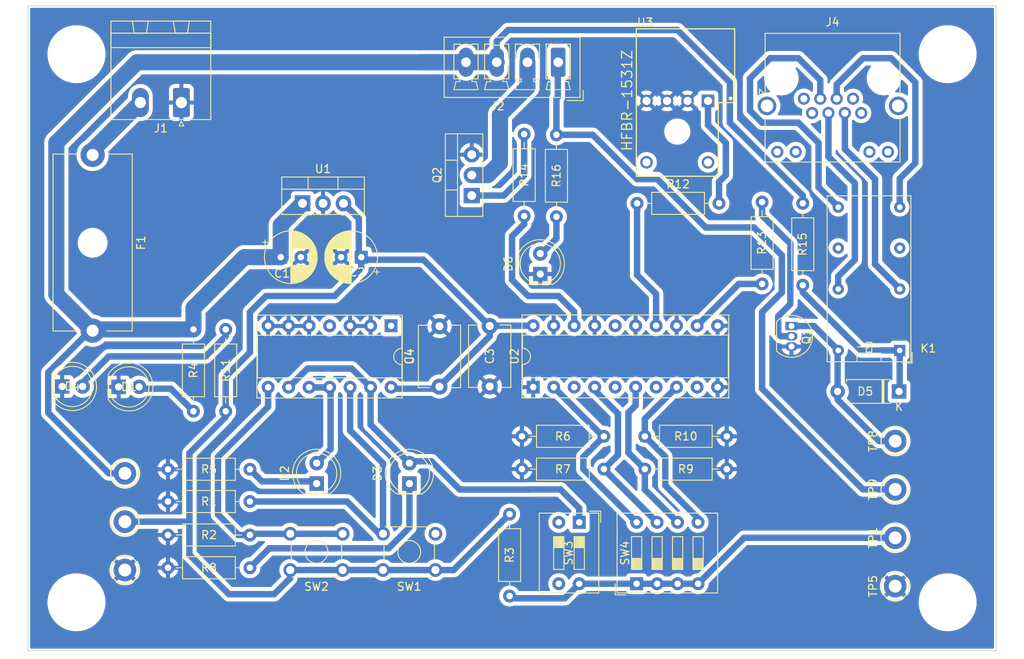
<source format=kicad_pcb>
(kicad_pcb (version 20211014) (generator pcbnew)
  (layers (0 "F.Cu" signal) (31 "B.Cu" signal) (34 "B.Paste" user) (35 "F.Paste" user) (36 "B.SilkS" user "B.Silkscreen") (37 "F.SilkS" user "F.Silkscreen") (38 "B.Mask" user) (39 "F.Mask" user) (44 "Edge.Cuts" user))
  (net 0 "")
  (net 1 "+15V")
  (net 2 "GND")
  (net 3 "+5V")
  (net 4 "Net-(D5-Pad1)")
  (net 5 "Net-(D5-Pad2)")
  (net 6 "Net-(D6-Pad2)")
  (net 7 "Net-(F1-Pad1)")
  (net 8 "Net-(D1-Pad2)")
  (net 11 "/K11")
  (net 12 "/K12")
  (net 17 "Net-(Q1-Pad2)")
  (net 18 "Net-(Q2-Pad1)")
  (net 19 "Net-(R3-Pad2)")
  (net 20 "Net-(R6-Pad1)")
  (net 21 "Net-(R7-Pad1)")
  (net 22 "/Q")
  (net 24 "Net-(R9-Pad1)")
  (net 25 "Net-(R10-Pad1)")
  (net 26 "/IGBT_on")
  (net 27 "/~{Q}")
  (net 28 "/relay_on")
  (net 29 "/contactor_on")
  (net 35 "/K21")
  (net 36 "/K22")
  (net 37 "Net-(D4-Pad2)")
  (net 38 "Net-(D2-Pad1)")
  (net 39 "Net-(D3-Pad1)")
  (net 42 "Net-(J2-Pad1)")
  (net 43 "Net-(J2-Pad2)")
  (net 45 "/S")
  (net 46 "/R")
  (net 47 "Net-(U3-Pad1)")
  (footprint "Resistor_THT:R_Axial_DIN0207_L6.3mm_D2.5mm_P10.16mm_Horizontal" (layer "F.Cu") (at 124.5 100.304 90)
    (fp_text reference "R11" (at 5.08 0 90) (layer "F.SilkS"))
    (fp_text value "330")
    (pad "1" thru_hole circle (at 0 0 90) (size 1.6 1.6) (drill 0.8) (layers *.Cu *.Mask) (net 3 "+5V"))
    (pad "2" thru_hole oval (at 10.16 0 90) (size 1.6 1.6) (drill 0.8) (layers *.Cu *.Mask) (net 37 "Net-(D4-Pad2)"))
  )
  (footprint "Package_DIP:DIP-14_W7.62mm_Socket" (layer "F.Cu") (at 145 89.7 -90)
    (fp_text reference "U4" (at 3.81 -2.33 90) (layer "F.SilkS"))
    (fp_text value "7402")
    (pad "1" thru_hole rect (at 0 0 270) (size 1.6 1.6) (drill 0.8) (layers *.Cu *.Mask))
    (pad "2" thru_hole oval (at 0 2.54 270) (size 1.6 1.6) (drill 0.8) (layers *.Cu *.Mask) (net 2 "GND"))
    (pad "3" thru_hole oval (at 0 5.08 270) (size 1.6 1.6) (drill 0.8) (layers *.Cu *.Mask) (net 2 "GND"))
    (pad "4" thru_hole oval (at 0 7.62 270) (size 1.6 1.6) (drill 0.8) (layers *.Cu *.Mask))
    (pad "5" thru_hole oval (at 0 10.16 270) (size 1.6 1.6) (drill 0.8) (layers *.Cu *.Mask) (net 2 "GND"))
    (pad "6" thru_hole oval (at 0 12.7 270) (size 1.6 1.6) (drill 0.8) (layers *.Cu *.Mask) (net 2 "GND"))
    (pad "7" thru_hole oval (at 0 15.24 270) (size 1.6 1.6) (drill 0.8) (layers *.Cu *.Mask) (net 2 "GND"))
    (pad "8" thru_hole oval (at 7.62 15.24 270) (size 1.6 1.6) (drill 0.8) (layers *.Cu *.Mask) (net 46 "/R"))
    (pad "9" thru_hole oval (at 7.62 12.7 270) (size 1.6 1.6) (drill 0.8) (layers *.Cu *.Mask) (net 22 "/Q"))
    (pad "10" thru_hole oval (at 7.62 10.16 270) (size 1.6 1.6) (drill 0.8) (layers *.Cu *.Mask) (net 27 "/~{Q}"))
    (pad "11" thru_hole oval (at 7.62 7.62 270) (size 1.6 1.6) (drill 0.8) (layers *.Cu *.Mask) (net 27 "/~{Q}"))
    (pad "12" thru_hole oval (at 7.62 5.08 270) (size 1.6 1.6) (drill 0.8) (layers *.Cu *.Mask) (net 45 "/S"))
    (pad "13" thru_hole oval (at 7.62 2.54 270) (size 1.6 1.6) (drill 0.8) (layers *.Cu *.Mask) (net 22 "/Q"))
    (pad "14" thru_hole oval (at 7.62 0 270) (size 1.6 1.6) (drill 0.8) (layers *.Cu *.Mask) (net 3 "+5V"))
  )
  (footprint "Resistor_THT:R_Axial_DIN0207_L6.3mm_D2.5mm_P10.16mm_Horizontal" (layer "F.Cu") (at 171.379 107.476 180)
    (fp_text reference "R7" (at 5.08 0 180) (layer "F.SilkS"))
    (fp_text value "2k")
    (pad "1" thru_hole circle (at 0 0 180) (size 1.6 1.6) (drill 0.8) (layers *.Cu *.Mask) (net 21 "Net-(R7-Pad1)"))
    (pad "2" thru_hole oval (at 10.16 0 180) (size 1.6 1.6) (drill 0.8) (layers *.Cu *.Mask) (net 2 "GND"))
  )
  (footprint "Relay_THT:Relay_DPDT_Omron_G5V-2" (layer "F.Cu") (at 208.0625 92.7575 180)
    (fp_text reference "K1" (at -3.5375 0.2575) (layer "F.SilkS"))
    (fp_text value "ML2RC2")
    (pad "1" thru_hole rect (at 0 0 180) (size 1.4 1.4) (drill 0.7) (layers *.Cu *.Mask) (net 4 "Net-(D5-Pad1)"))
    (pad "4" thru_hole circle (at 0 7.62 180) (size 1.4 1.4) (drill 0.7) (layers *.Cu *.Mask) (net 12 "/K12"))
    (pad "6" thru_hole circle (at 0 12.7 180) (size 1.4 1.4) (drill 0.7) (layers *.Cu *.Mask))
    (pad "8" thru_hole circle (at 0 17.78 180) (size 1.4 1.4) (drill 0.7) (layers *.Cu *.Mask) (net 11 "/K11"))
    (pad "9" thru_hole circle (at 7.62 17.78 180) (size 1.4 1.4) (drill 0.7) (layers *.Cu *.Mask) (net 35 "/K21"))
    (pad "11" thru_hole circle (at 7.62 12.7 180) (size 1.4 1.4) (drill 0.7) (layers *.Cu *.Mask))
    (pad "13" thru_hole circle (at 7.62 7.62 180) (size 1.4 1.4) (drill 0.7) (layers *.Cu *.Mask) (net 36 "/K22"))
    (pad "16" thru_hole circle (at 7.62 0 180) (size 1.4 1.4) (drill 0.7) (layers *.Cu *.Mask) (net 5 "Net-(D5-Pad2)"))
  )
  (footprint "Diode_THT:D_A-405_P7.62mm_Horizontal" (layer "F.Cu") (at 207.978 97.842 180)
    (fp_text reference "D5" (at 4.191 0) (layer "F.SilkS"))
    (fp_text value "1N4007")
    (fp_text user "K" (at 0 -1.9) (layer "F.SilkS"))
    (pad "1" thru_hole rect (at 0 0 180) (size 1.8 1.8) (drill 0.9) (layers *.Cu *.Mask) (net 4 "Net-(D5-Pad1)"))
    (pad "2" thru_hole oval (at 7.62 0 180) (size 1.8 1.8) (drill 0.9) (layers *.Cu *.Mask) (net 5 "Net-(D5-Pad2)"))
  )
  (footprint "Package_DIP:DIP-20_W7.62mm_Socket" (layer "F.Cu") (at 162.621 97.306 90)
    (fp_text reference "U2" (at 3.81 -2.33 90) (layer "F.SilkS"))
    (fp_text value "74HC240")
    (pad "1" thru_hole rect (at 0 0 90) (size 1.6 1.6) (drill 0.8) (layers *.Cu *.Mask) (net 2 "GND"))
    (pad "2" thru_hole oval (at 0 2.54 90) (size 1.6 1.6) (drill 0.8) (layers *.Cu *.Mask) (net 20 "Net-(R6-Pad1)"))
    (pad "3" thru_hole oval (at 0 5.08 90) (size 1.6 1.6) (drill 0.8) (layers *.Cu *.Mask))
    (pad "4" thru_hole oval (at 0 7.62 90) (size 1.6 1.6) (drill 0.8) (layers *.Cu *.Mask) (net 21 "Net-(R7-Pad1)"))
    (pad "5" thru_hole oval (at 0 10.16 90) (size 1.6 1.6) (drill 0.8) (layers *.Cu *.Mask))
    (pad "6" thru_hole oval (at 0 12.7 90) (size 1.6 1.6) (drill 0.8) (layers *.Cu *.Mask) (net 24 "Net-(R9-Pad1)"))
    (pad "7" thru_hole oval (at 0 15.24 90) (size 1.6 1.6) (drill 0.8) (layers *.Cu *.Mask))
    (pad "8" thru_hole oval (at 0 17.78 90) (size 1.6 1.6) (drill 0.8) (layers *.Cu *.Mask) (net 25 "Net-(R10-Pad1)"))
    (pad "9" thru_hole oval (at 0 20.32 90) (size 1.6 1.6) (drill 0.8) (layers *.Cu *.Mask))
    (pad "10" thru_hole oval (at 0 22.86 90) (size 1.6 1.6) (drill 0.8) (layers *.Cu *.Mask) (net 2 "GND"))
    (pad "11" thru_hole oval (at 7.62 22.86 90) (size 1.6 1.6) (drill 0.8) (layers *.Cu *.Mask) (net 2 "GND"))
    (pad "12" thru_hole oval (at 7.62 20.32 90) (size 1.6 1.6) (drill 0.8) (layers *.Cu *.Mask) (net 28 "/relay_on"))
    (pad "13" thru_hole oval (at 7.62 17.78 90) (size 1.6 1.6) (drill 0.8) (layers *.Cu *.Mask) (net 2 "GND"))
    (pad "14" thru_hole oval (at 7.62 15.24 90) (size 1.6 1.6) (drill 0.8) (layers *.Cu *.Mask) (net 26 "/IGBT_on"))
    (pad "15" thru_hole oval (at 7.62 12.7 90) (size 1.6 1.6) (drill 0.8) (layers *.Cu *.Mask) (net 2 "GND"))
    (pad "16" thru_hole oval (at 7.62 10.16 90) (size 1.6 1.6) (drill 0.8) (layers *.Cu *.Mask))
    (pad "17" thru_hole oval (at 7.62 7.62 90) (size 1.6 1.6) (drill 0.8) (layers *.Cu *.Mask) (net 2 "GND"))
    (pad "18" thru_hole oval (at 7.62 5.08 90) (size 1.6 1.6) (drill 0.8) (layers *.Cu *.Mask) (net 29 "/contactor_on"))
    (pad "19" thru_hole oval (at 7.62 2.54 90) (size 1.6 1.6) (drill 0.8) (layers *.Cu *.Mask) (net 2 "GND"))
    (pad "20" thru_hole oval (at 7.62 0 90) (size 1.6 1.6) (drill 0.8) (layers *.Cu *.Mask) (net 3 "+5V"))
  )
  (footprint "Button_Switch_THT:SW_TH_Tactile_Omron_B3F-10xx" (layer "F.Cu") (at 139 120 180)
    (fp_text reference "SW2" (at 3.25 -2.05) (layer "F.SilkS"))
    (fp_text value "SW_Push_Dual_x2")
    (pad "1" thru_hole circle (at 0 0 180) (size 1.7 1.7) (drill 1) (layers *.Cu *.Mask) (net 3 "+5V"))
    (pad "1" thru_hole circle (at 6.5 0 180) (size 1.7 1.7) (drill 1) (layers *.Cu *.Mask) (net 3 "+5V"))
    (pad "2" thru_hole circle (at 0 4.5 180) (size 1.7 1.7) (drill 1) (layers *.Cu *.Mask) (net 46 "/R"))
    (pad "2" thru_hole circle (at 6.5 4.5 180) (size 1.7 1.7) (drill 1) (layers *.Cu *.Mask) (net 46 "/R"))
  )
  (footprint "LED_THT:LED_D5.0mm" (layer "F.Cu") (at 147.275 109.275 90)
    (fp_text reference "D3" (at 1.27 -3.96 90) (layer "F.SilkS"))
    (fp_text value "LED")
    (pad "1" thru_hole rect (at 0 0 90) (size 1.8 1.8) (drill 0.9) (layers *.Cu *.Mask) (net 39 "Net-(D3-Pad1)"))
    (pad "2" thru_hole circle (at 2.54 0 90) (size 1.8 1.8) (drill 0.9) (layers *.Cu *.Mask) (net 22 "/Q"))
  )
  (footprint "Button_Switch_THT:SW_TH_Tactile_Omron_B3F-10xx" (layer "F.Cu") (at 150.5 120 180)
    (fp_text reference "SW1" (at 3.25 -2.05) (layer "F.SilkS"))
    (fp_text value "SW_Push_Dual_x2")
    (pad "1" thru_hole circle (at 6.5 0 180) (size 1.7 1.7) (drill 1) (layers *.Cu *.Mask) (net 3 "+5V"))
    (pad "1" thru_hole circle (at 0 0 180) (size 1.7 1.7) (drill 1) (layers *.Cu *.Mask) (net 3 "+5V"))
    (pad "2" thru_hole circle (at 6.5 4.5 180) (size 1.7 1.7) (drill 1) (layers *.Cu *.Mask) (net 45 "/S"))
    (pad "2" thru_hole circle (at 0 4.5 180) (size 1.7 1.7) (drill 1) (layers *.Cu *.Mask) (net 45 "/S"))
  )
  (footprint "LED_THT:LED_D5.0mm" (layer "F.Cu") (at 163.5 83.275 90)
    (fp_text reference "D6" (at 1.27 -3.96 90) (layer "F.SilkS"))
    (fp_text value "LED")
    (pad "1" thru_hole rect (at 0 0 90) (size 1.8 1.8) (drill 0.9) (layers *.Cu *.Mask) (net 2 "GND"))
    (pad "2" thru_hole circle (at 2.54 0 90) (size 1.8 1.8) (drill 0.9) (layers *.Cu *.Mask) (net 6 "Net-(D6-Pad2)"))
  )
  (footprint "Connector_RJ:RJ45_Amphenol_RJHSE538X" (layer "F.Cu") (at 196.178 61.52)
    (fp_text reference "J4" (at 3.56 -9.5) (layer "F.SilkS"))
    (fp_text value "PS1")
    (pad "" np_thru_hole circle (at -2.79 -2.54) (size 3.25 3.25) (drill 3.25) (layers *.Cu *.Mask))
    (pad "" np_thru_hole circle (at 9.91 -2.54) (size 3.25 3.25) (drill 3.25) (layers *.Cu *.Mask))
    (pad "1" thru_hole circle (at 0 0) (size 1.5 1.5) (drill 0.89) (layers *.Cu *.Mask))
    (pad "2" thru_hole circle (at 1.016 1.78) (size 1.5 1.5) (drill 0.89) (layers *.Cu *.Mask))
    (pad "3" thru_hole circle (at 2.032 0) (size 1.5 1.5) (drill 0.89) (layers *.Cu *.Mask) (net 35 "/K21"))
    (pad "4" thru_hole circle (at 3.048 1.78) (size 1.5 1.5) (drill 0.89) (layers *.Cu *.Mask) (net 36 "/K22"))
    (pad "5" thru_hole circle (at 4.064 0) (size 1.5 1.5) (drill 0.89) (layers *.Cu *.Mask) (net 11 "/K11"))
    (pad "6" thru_hole circle (at 5.08 1.78) (size 1.5 1.5) (drill 0.89) (layers *.Cu *.Mask) (net 12 "/K12"))
    (pad "7" thru_hole circle (at 6.096 0) (size 1.5 1.5) (drill 0.89) (layers *.Cu *.Mask))
    (pad "8" thru_hole circle (at 7.112 1.78) (size 1.5 1.5) (drill 0.89) (layers *.Cu *.Mask))
    (pad "9" thru_hole circle (at -3.3 6.6) (size 1.5 1.5) (drill 0.89) (layers *.Cu *.Mask))
    (pad "10" thru_hole circle (at -1.01 6.6) (size 1.5 1.5) (drill 0.89) (layers *.Cu *.Mask))
    (pad "11" thru_hole circle (at 8.13 6.6) (size 1.5 1.5) (drill 0.89) (layers *.Cu *.Mask))
    (pad "12" thru_hole circle (at 10.42 6.6) (size 1.5 1.5) (drill 0.89) (layers *.Cu *.Mask))
    (pad "SH" thru_hole circle (at 11.69 0.89) (size 2.3 2.3) (drill 1.57) (layers *.Cu *.Mask))
    (pad "SH" thru_hole circle (at -4.57 0.89) (size 2.3 2.3) (drill 1.57) (layers *.Cu *.Mask))
  )
  (footprint "Package_TO_SOT_THT:TO-92_Inline" (layer "F.Cu") (at 194.64 89.73 -90)
    (fp_text reference "Q1" (at 1.27 -1.86 90) (layer "F.SilkS"))
    (fp_text value "BC337")
    (pad "1" thru_hole rect (at 0 0 270) (size 1.05 1.5) (drill 0.75) (layers *.Cu *.Mask) (net 5 "Net-(D5-Pad2)"))
    (pad "2" thru_hole oval (at 1.27 0 270) (size 1.05 1.5) (drill 0.75) (layers *.Cu *.Mask) (net 17 "Net-(Q1-Pad2)"))
    (pad "3" thru_hole oval (at 2.54 0 270) (size 1.05 1.5) (drill 0.75) (layers *.Cu *.Mask) (net 2 "GND"))
  )
  (footprint "LED_THT:LED_D5.0mm" (layer "F.Cu") (at 135.775 109.275 90)
    (fp_text reference "D2" (at 1.27 -3.96 90) (layer "F.SilkS"))
    (fp_text value "LED")
    (pad "1" thru_hole rect (at 0 0 90) (size 1.8 1.8) (drill 0.9) (layers *.Cu *.Mask) (net 38 "Net-(D2-Pad1)"))
    (pad "2" thru_hole circle (at 2.54 0 90) (size 1.8 1.8) (drill 0.9) (layers *.Cu *.Mask) (net 27 "/~{Q}"))
  )
  (footprint "Resistor_THT:R_Axial_DIN0207_L6.3mm_D2.5mm_P10.16mm_Horizontal" (layer "F.Cu") (at 161.5 76.08 90)
    (fp_text reference "R14" (at 5.08 0 90) (layer "F.SilkS"))
    (fp_text value "150")
    (pad "1" thru_hole circle (at 0 0 90) (size 1.6 1.6) (drill 0.8) (layers *.Cu *.Mask) (net 29 "/contactor_on"))
    (pad "2" thru_hole oval (at 10.16 0 90) (size 1.6 1.6) (drill 0.8) (layers *.Cu *.Mask) (net 18 "Net-(Q2-Pad1)"))
  )
  (footprint "Capacitor_THT:CP_Radial_D6.3mm_P2.50mm" (layer "F.Cu") (at 131.317621 81.182379)
    (fp_text reference "C1" (at 0.166379 2.032) (layer "F.SilkS"))
    (fp_text value "10u")
    (pad "1" thru_hole rect (at 0 0) (size 1.6 1.6) (drill 0.8) (layers *.Cu *.Mask) (net 1 "+15V"))
    (pad "2" thru_hole circle (at 2.5 0) (size 1.6 1.6) (drill 0.8) (layers *.Cu *.Mask) (net 2 "GND"))
  )
  (footprint "eec:TestPoint_Keystone_5010-5014_Multipurpose" (layer "F.Cu") (at 207.5 122 90)
    (fp_text reference "TP5" (at 0 -2.75 90) (layer "F.SilkS"))
    (fp_text value "TestPoint")
    (pad "1" thru_hole circle (at 0 0 90) (size 2.8 2.8) (drill 1.6) (layers *.Cu *.Mask) (net 2 "GND"))
  )
  (footprint "eec:TestPoint_Keystone_5010-5014_Multipurpose" (layer "F.Cu") (at 112 108 90)
    (fp_text reference "TP3" hide)
    (fp_text value "TestPoint")
    (pad "1" thru_hole circle (at 0 0 90) (size 2.8 2.8) (drill 1.6) (layers *.Cu *.Mask) (net 1 "+15V"))
  )
  (footprint "MountingHole:MountingHole_3.2mm_M3" (layer "F.Cu") (at 214 56)
    (fp_text reference "REF**" hide)
    (fp_text value "MountingHole_3.2mm_M3")
    (pad "" np_thru_hole circle (at 0 0) (size 3.2 3.2) (drill 3.2) (layers F&B.Cu *.Mask) (clearance 2))
  )
  (footprint "LED_THT:LED_D5.0mm" (layer "F.Cu") (at 111.225 97.275)
    (fp_text reference "D1" (at 1.27 0) (layer "F.SilkS"))
    (fp_text value "LED")
    (pad "1" thru_hole rect (at 0 0) (size 1.8 1.8) (drill 0.9) (layers *.Cu *.Mask) (net 2 "GND"))
    (pad "2" thru_hole circle (at 2.54 0) (size 1.8 1.8) (drill 0.9) (layers *.Cu *.Mask) (net 8 "Net-(D1-Pad2)"))
  )
  (footprint "Resistor_THT:R_Axial_DIN0207_L6.3mm_D2.5mm_P10.16mm_Horizontal" (layer "F.Cu") (at 165.5 66 -90)
    (fp_text reference "R16" (at 5.08 0 -90) (layer "F.SilkS"))
    (fp_text value "1k5")
    (pad "1" thru_hole circle (at 0 0 270) (size 1.6 1.6) (drill 0.8) (layers *.Cu *.Mask) (net 42 "Net-(J2-Pad1)"))
    (pad "2" thru_hole oval (at 10.16 0 270) (size 1.6 1.6) (drill 0.8) (layers *.Cu *.Mask) (net 6 "Net-(D6-Pad2)"))
  )
  (footprint "Capacitor_THT:C_Disc_D7.5mm_W5.0mm_P7.50mm" (layer "F.Cu") (at 151 97.25 90)
    (fp_text reference "C4" (at 3.75 -3.75 90) (layer "F.SilkS"))
    (fp_text value "100n")
    (pad "1" thru_hole circle (at 0 0 90) (size 2 2) (drill 1) (layers *.Cu *.Mask) (net 3 "+5V"))
    (pad "2" thru_hole circle (at 7.5 0 90) (size 2 2) (drill 1) (layers *.Cu *.Mask) (net 2 "GND"))
  )
  (footprint "Button_Switch_THT:SW_DIP_SPSTx02_Slide_9.78x7.26mm_W7.62mm_P2.54mm" (layer "F.Cu") (at 168.331 114.08 -90)
    (fp_text reference "SW3" (at 3.81 1.331 90) (layer "F.SilkS"))
    (fp_text value "SW_SPST")
    (pad "1" thru_hole oval (at 0 2.54 270) (size 1.6 1.6) (drill 0.8) (layers *.Cu *.Mask) (net 22 "/Q"))
    (pad "1" thru_hole rect (at 0 0 270) (size 1.6 1.6) (drill 0.8) (layers *.Cu *.Mask) (net 22 "/Q"))
    (pad "2" thru_hole oval (at 7.62 0 270) (size 1.6 1.6) (drill 0.8) (layers *.Cu *.Mask) (net 19 "Net-(R3-Pad2)"))
    (pad "2" thru_hole oval (at 7.62 2.54 270) (size 1.6 1.6) (drill 0.8) (layers *.Cu *.Mask) (net 19 "Net-(R3-Pad2)"))
  )
  (footprint "MountingHole:MountingHole_3.2mm_M3" (layer "F.Cu") (at 106 124)
    (fp_text reference "REF**" hide)
    (fp_text value "MountingHole_3.2mm_M3")
    (pad "" np_thru_hole circle (at 0 0) (size 3.2 3.2) (drill 3.2) (layers F&B.Cu *.Mask) (clearance 2))
  )
  (footprint "Resistor_THT:R_Axial_DIN0207_L6.3mm_D2.5mm_P10.16mm_Horizontal" (layer "F.Cu") (at 127.5 107.5 180)
    (fp_text reference "R5" (at 5.08 0) (layer "F.SilkS"))
    (fp_text value "330")
    (pad "1" thru_hole circle (at 0 0 180) (size 1.6 1.6) (drill 0.8) (layers *.Cu *.Mask) (net 38 "Net-(D2-Pad1)"))
    (pad "2" thru_hole oval (at 10.16 0 180) (size 1.6 1.6) (drill 0.8) (layers *.Cu *.Mask) (net 2 "GND"))
  )
  (footprint "Package_TO_SOT_THT:TO-220-3_Vertical" (layer "F.Cu") (at 155 73.54 90)
    (fp_text reference "Q2" (at 2.54 -4.27 90) (layer "F.SilkS"))
    (fp_text value "TIP122")
    (pad "1" thru_hole rect (at 0 0 90) (size 1.905 2) (drill 1.1) (layers *.Cu *.Mask) (net 18 "Net-(Q2-Pad1)"))
    (pad "2" thru_hole oval (at 2.54 0 90) (size 1.905 2) (drill 1.1) (layers *.Cu *.Mask) (net 43 "Net-(J2-Pad2)"))
    (pad "3" thru_hole oval (at 5.08 0 90) (size 1.905 2) (drill 1.1) (layers *.Cu *.Mask) (net 2 "GND"))
  )
  (footprint "Fuse:Fuseholder_Cylinder-5x20mm_Schurter_0031_8201_Horizontal_Open" (layer "F.Cu") (at 108 68.5 -90)
    (fp_text reference "F1" (at 10.9 -6 90) (layer "F.SilkS"))
    (fp_text value "Fuse")
    (pad "" np_thru_hole circle (at 10.9 0 270) (size 2.7 2.7) (drill 2.7) (layers F&B.Cu *.Mask))
    (pad "1" thru_hole circle (at 0 0 270) (size 3 3) (drill 1.5) (layers *.Cu *.Mask) (net 7 "Net-(F1-Pad1)"))
    (pad "2" thru_hole circle (at 21.8 0 270) (size 3 3) (drill 1.5) (layers *.Cu *.Mask) (net 1 "+15V"))
  )
  (footprint "eec:TestPoint_Keystone_5010-5014_Multipurpose" (layer "F.Cu") (at 207.5 110 90)
    (fp_text reference "TP9" (at 0 -2.75 90) (layer "F.SilkS"))
    (fp_text value "TestPoint")
    (pad "1" thru_hole circle (at 0 0 90) (size 2.8 2.8) (drill 1.6) (layers *.Cu *.Mask) (net 42 "Net-(J2-Pad1)"))
  )
  (footprint "LED_THT:LED_D5.0mm" (layer "F.Cu") (at 104.225 97.225)
    (fp_text reference "D4" (at 1.27 0) (layer "F.SilkS"))
    (fp_text value "LED")
    (pad "1" thru_hole rect (at 0 0) (size 1.8 1.8) (drill 0.9) (layers *.Cu *.Mask) (net 2 "GND"))
    (pad "2" thru_hole circle (at 2.54 0) (size 1.8 1.8) (drill 0.9) (layers *.Cu *.Mask) (net 37 "Net-(D4-Pad2)"))
  )
  (footprint "Button_Switch_THT:SW_DIP_SPSTx04_Slide_9.78x12.34mm_W7.62mm_P2.54mm" (layer "F.Cu") (at 175.443 121.7 90)
    (fp_text reference "SW4" (at 3.81 -1.443 90) (layer "F.SilkS"))
    (fp_text value "Protect_sel")
    (pad "1" thru_hole rect (at 0 0 90) (size 1.6 1.6) (drill 0.8) (layers *.Cu *.Mask) (net 19 "Net-(R3-Pad2)"))
    (pad "2" thru_hole oval (at 0 2.54 90) (size 1.6 1.6) (drill 0.8) (layers *.Cu *.Mask) (net 19 "Net-(R3-Pad2)"))
    (pad "3" thru_hole oval (at 0 5.08 90) (size 1.6 1.6) (drill 0.8) (layers *.Cu *.Mask) (net 19 "Net-(R3-Pad2)"))
    (pad "4" thru_hole oval (at 0 7.62 90) (size 1.6 1.6) (drill 0.8) (layers *.Cu *.Mask) (net 19 "Net-(R3-Pad2)"))
    (pad "5" thru_hole oval (at 7.62 7.62 90) (size 1.6 1.6) (drill 0.8) (layers *.Cu *.Mask) (net 25 "Net-(R10-Pad1)"))
    (pad "6" thru_hole oval (at 7.62 5.08 90) (size 1.6 1.6) (drill 0.8) (layers *.Cu *.Mask) (net 24 "Net-(R9-Pad1)"))
    (pad "7" thru_hole oval (at 7.62 2.54 90) (size 1.6 1.6) (drill 0.8) (layers *.Cu *.Mask) (net 21 "Net-(R7-Pad1)"))
    (pad "8" thru_hole oval (at 7.62 0 90) (size 1.6 1.6) (drill 0.8) (layers *.Cu *.Mask) (net 20 "Net-(R6-Pad1)"))
  )
  (footprint "eec:TestPoint_Keystone_5010-5014_Multipurpose" (layer "F.Cu") (at 112 114 90)
    (fp_text reference "TP2" hide)
    (fp_text value "TestPoint")
    (pad "1" thru_hole circle (at 0 0 90) (size 2.8 2.8) (drill 1.6) (layers *.Cu *.Mask) (net 3 "+5V"))
  )
  (footprint "eec:TestPoint_Keystone_5010-5014_Multipurpose" (layer "F.Cu") (at 112 120 90)
    (fp_text reference "TP4" hide)
    (fp_text value "TestPoint")
    (pad "1" thru_hole circle (at 0 0 90) (size 2.8 2.8) (drill 1.6) (layers *.Cu *.Mask) (net 2 "GND"))
  )
  (footprint "eec:TestPoint_Keystone_5010-5014_Multipurpose" (layer "F.Cu") (at 207.5 104 90)
    (fp_text reference "TP8" (at 0 -2.75 90) (layer "F.SilkS"))
    (fp_text value "TestPoint")
    (pad "1" thru_hole circle (at 0 0 90) (size 2.8 2.8) (drill 1.6) (layers *.Cu *.Mask) (net 5 "Net-(D5-Pad2)"))
  )
  (footprint "Resistor_THT:R_Axial_DIN0207_L6.3mm_D2.5mm_P10.16mm_Horizontal" (layer "F.Cu") (at 127.5 111.5 180)
    (fp_text reference "R1" (at 5.08 0) (layer "F.SilkS"))
    (fp_text value "2k")
    (pad "1" thru_hole circle (at 0 0 180) (size 1.6 1.6) (drill 0.8) (layers *.Cu *.Mask) (net 45 "/S"))
    (pad "2" thru_hole oval (at 10.16 0 180) (size 1.6 1.6) (drill 0.8) (layers *.Cu *.Mask) (net 2 "GND"))
  )
  (footprint "MountingHole:MountingHole_3.2mm_M3" (layer "F.Cu") (at 106 56)
    (fp_text reference "REF**" hide)
    (fp_text value "MountingHole_3.2mm_M3")
    (pad "" np_thru_hole circle (at 0 0) (size 3.2 3.2) (drill 3.2) (layers F&B.Cu *.Mask) (clearance 2))
  )
  (footprint "Connector_Phoenix_MC:PhoenixContact_MCV_1,5_4-G-3.81_1x04_P3.81mm_Vertical" (layer "F.Cu") (at 165.7175 57 180)
    (fp_text reference "J2" (at 7.504 -5.45) (layer "F.SilkS"))
    (fp_text value "contactor")
    (pad "1" thru_hole roundrect (at 0 0 180) (size 1.8 3.6) (drill 1.2) (layers *.Cu *.Mask) (roundrect_rratio 0.1388888889) (net 42 "Net-(J2-Pad1)"))
    (pad "2" thru_hole oval (at 3.81 0 180) (size 1.8 3.6) (drill 1.2) (layers *.Cu *.Mask) (net 43 "Net-(J2-Pad2)"))
    (pad "3" thru_hole oval (at 7.62 0 180) (size 1.8 3.6) (drill 1.2) (layers *.Cu *.Mask) (net 1 "+15V"))
    (pad "4" thru_hole oval (at 11.43 0 180) (size 1.8 3.6) (drill 1.2) (layers *.Cu *.Mask) (net 1 "+15V"))
  )
  (footprint "MountingHole:MountingHole_3.2mm_M3" (layer "F.Cu") (at 214 124)
    (fp_text reference "REF**" hide)
    (fp_text value "MountingHole_3.2mm_M3")
    (pad "" np_thru_hole circle (at 0 0) (size 3.2 3.2) (drill 3.2) (layers F&B.Cu *.Mask) (clearance 2))
  )
  (footprint "eec:TestPoint_Keystone_5010-5014_Multipurpose" (layer "F.Cu") (at 207.5 116 90)
    (fp_text reference "TP1" (at 0 -2.75 90) (layer "F.SilkS"))
    (fp_text value "TestPoint")
    (pad "1" thru_hole circle (at 0 0 90) (size 2.8 2.8) (drill 1.6) (layers *.Cu *.Mask) (net 19 "Net-(R3-Pad2)"))
  )
  (footprint "Resistor_THT:R_Axial_DIN0207_L6.3mm_D2.5mm_P10.16mm_Horizontal" (layer "F.Cu") (at 191 84.5 90)
    (fp_text reference "R13" (at 5.08 -0.024 90) (layer "F.SilkS"))
    (fp_text value "18k")
    (pad "1" thru_hole circle (at 0 0 90) (size 1.6 1.6) (drill 0.8) (layers *.Cu *.Mask) (net 28 "/relay_on"))
    (pad "2" thru_hole oval (at 10.16 0 90) (size 1.6 1.6) (drill 0.8) (layers *.Cu *.Mask) (net 17 "Net-(Q1-Pad2)"))
  )
  (footprint "Resistor_THT:R_Axial_DIN0207_L6.3mm_D2.5mm_P10.16mm_Horizontal" (layer "F.Cu") (at 120.5 90.144 -90)
    (fp_text reference "R4" (at 5.08 0 90) (layer "F.SilkS"))
    (fp_text value "1k5")
    (pad "1" thru_hole circle (at 0 0 270) (size 1.6 1.6) (drill 0.8) (layers *.Cu *.Mask) (net 1 "+15V"))
    (pad "2" thru_hole oval (at 10.16 0 270) (size 1.6 1.6) (drill 0.8) (layers *.Cu *.Mask) (net 8 "Net-(D1-Pad2)"))
  )
  (footprint "Resistor_THT:R_Axial_DIN0207_L6.3mm_D2.5mm_P10.16mm_Horizontal" (layer "F.Cu") (at 176.459 107.476)
    (fp_text reference "R9" (at 5.08 0) (layer "F.SilkS"))
    (fp_text value "2k")
    (pad "1" thru_hole circle (at 0 0) (size 1.6 1.6) (drill 0.8) (layers *.Cu *.Mask) (net 24 "Net-(R9-Pad1)"))
    (pad "2" thru_hole oval (at 10.16 0) (size 1.6 1.6) (drill 0.8) (layers *.Cu *.Mask) (net 2 "GND"))
  )
  (footprint "Resistor_THT:R_Axial_DIN0207_L6.3mm_D2.5mm_P10.16mm_Horizontal" (layer "F.Cu") (at 127.5 119.716 180)
    (fp_text reference "R8" (at 5.08 0) (layer "F.SilkS"))
    (fp_text value "330")
    (pad "1" thru_hole circle (at 0 0 180) (size 1.6 1.6) (drill 0.8) (layers *.Cu *.Mask) (net 39 "Net-(D3-Pad1)"))
    (pad "2" thru_hole oval (at 10.16 0 180) (size 1.6 1.6) (drill 0.8) (layers *.Cu *.Mask) (net 2 "GND"))
  )
  (footprint "Resistor_THT:R_Axial_DIN0207_L6.3mm_D2.5mm_P10.16mm_Horizontal" (layer "F.Cu") (at 159.695 113.064 -90)
    (fp_text reference "R3" (at 5.08 0 90) (layer "F.SilkS"))
    (fp_text value "100")
    (pad "1" thru_hole circle (at 0 0 270) (size 1.6 1.6) (drill 0.8) (layers *.Cu *.Mask) (net 3 "+5V"))
    (pad "2" thru_hole oval (at 10.16 0 270) (size 1.6 1.6) (drill 0.8) (layers *.Cu *.Mask) (net 19 "Net-(R3-Pad2)"))
  )
  (footprint "eec:Broadcom-HFBR-1531Z-MFG" (layer "F.Cu") (at 181.5 62)
    (fp_text reference "U3" (at -6.095 -9.945) (layer "F.SilkS") (effects (justify left)))
    (fp_text value "HFBR-1531Z" (at -7.239 -0.254 90) (layer "F.SilkS") (effects (font (size 1.27 1.27))))
    (pad "" np_thru_hole circle (at -1.014999 3.605) (size 2.25 2.25) (drill 2.25) (layers *.Cu *.Mask))
    (pad "1" thru_hole rect (at 2.795 -0.205) (size 1.56 1.56) (drill 1.01) (layers *.Cu *.Mask) (net 47 "Net-(U3-Pad1)"))
    (pad "2" thru_hole circle (at 0.255 -0.205) (size 1.56 1.56) (drill 1.01) (layers *.Cu *.Mask) (net 2 "GND"))
    (pad "3" thru_hole circle (at -2.285 -0.205) (size 1.56 1.56) (drill 1.01) (layers *.Cu *.Mask) (net 2 "GND"))
    (pad "4" thru_hole circle (at -4.825 -0.205) (size 1.56 1.56) (drill 1.01) (layers *.Cu *.Mask) (net 2 "GND"))
    (pad "5" thru_hole circle (at -4.825 7.415) (size 1.56 1.56) (drill 1.01) (layers *.Cu *.Mask))
    (pad "8" thru_hole circle (at 2.795 7.415) (size 1.56 1.56) (drill 1.01) (layers *.Cu *.Mask))
  )
  (footprint "Package_TO_SOT_THT:TO-220-3_Vertical" (layer "F.Cu") (at 134.024 74.507379)
    (fp_text reference "U1" (at 2.54 -4.27) (layer "F.SilkS"))
    (fp_text value "LM7805")
    (pad "1" thru_hole rect (at 0 0) (size 1.905 2) (drill 1.1) (layers *.Cu *.Mask) (net 1 "+15V"))
    (pad "2" thru_hole oval (at 2.54 0) (size 1.905 2) (drill 1.1) (layers *.Cu *.Mask) (net 2 "GND"))
    (pad "3" thru_hole oval (at 5.08 0) (size 1.905 2) (drill 1.1) (layers *.Cu *.Mask) (net 3 "+5V"))
  )
  (footprint "Resistor_THT:R_Axial_DIN0207_L6.3mm_D2.5mm_P10.16mm_Horizontal" (layer "F.Cu") (at 196.04 74.5 -90)
    (fp_text reference "R15" (at 5.08 0.04 90) (layer "F.SilkS"))
    (fp_text value "70")
    (pad "1" thru_hole circle (at 0 0 270) (size 1.6 1.6) (drill 0.8) (layers *.Cu *.Mask) (net 1 "+15V"))
    (pad "2" thru_hole oval (at 10.16 0 270) (size 1.6 1.6) (drill 0.8) (layers *.Cu *.Mask) (net 4 "Net-(D5-Pad1)"))
  )
  (footprint "Resistor_THT:R_Axial_DIN0207_L6.3mm_D2.5mm_P10.16mm_Horizontal" (layer "F.Cu") (at 171.379 103.412 180)
    (fp_text reference "R6" (at 5.08 0 180) (layer "F.SilkS"))
    (fp_text value "2k")
    (pad "1" thru_hole circle (at 0 0 180) (size 1.6 1.6) (drill 0.8) (layers *.Cu *.Mask) (net 20 "Net-(R6-Pad1)"))
    (pad "2" thru_hole oval (at 10.16 0 180) (size 1.6 1.6) (drill 0.8) (layers *.Cu *.Mask) (net 2 "GND"))
  )
  (footprint "Connector_Phoenix_MSTB:PhoenixContact_MSTBA_2,5_2-G-5,08_1x02_P5.08mm_Horizontal" (layer "F.Cu") (at 119 62 180)
    (fp_text reference "J1" (at 2.54 -3.2 180) (layer "F.SilkS"))
    (fp_text value "Vdc")
    (pad "1" thru_hole roundrect (at 0 0 180) (size 2.08 3.6) (drill 1.4) (layers *.Cu *.Mask) (roundrect_rratio 0.1201918269) (net 2 "GND"))
    (pad "2" thru_hole oval (at 5.08 0 180) (size 2.08 3.6) (drill 1.4) (layers *.Cu *.Mask) (net 7 "Net-(F1-Pad1)"))
  )
  (footprint "Capacitor_THT:CP_Radial_D6.3mm_P2.50mm" (layer "F.Cu") (at 141.302379 81.182379 180)
    (fp_text reference "C2" (at 0.5 -1.88) (layer "F.SilkS"))
    (fp_text value "10u")
    (pad "1" thru_hole rect (at 0 0 180) (size 1.6 1.6) (drill 0.8) (layers *.Cu *.Mask) (net 3 "+5V"))
    (pad "2" thru_hole circle (at 2.5 0 180) (size 1.6 1.6) (drill 0.8) (layers *.Cu *.Mask) (net 2 "GND"))
  )
  (footprint "Resistor_THT:R_Axial_DIN0207_L6.3mm_D2.5mm_P10.16mm_Horizontal" (layer "F.Cu") (at 127.5 115.652 180)
    (fp_text reference "R2" (at 5.08 0) (layer "F.SilkS"))
    (fp_text value "2k")
    (pad "1" thru_hole circle (at 0 0 180) (size 1.6 1.6) (drill 0.8) (layers *.Cu *.Mask) (net 46 "/R"))
    (pad "2" thru_hole oval (at 10.16 0 180) (size 1.6 1.6) (drill 0.8) (layers *.Cu *.Mask) (net 2 "GND"))
  )
  (footprint "Capacitor_THT:C_Disc_D7.5mm_W5.0mm_P7.50mm" (layer "F.Cu") (at 157.231 89.724 -90)
    (fp_text reference "C3" (at 3.75 0 90) (layer "F.SilkS"))
    (fp_text value "100n")
    (pad "1" thru_hole circle (at 0 0 270) (size 2 2) (drill 1) (layers *.Cu *.Mask) (net 3 "+5V"))
    (pad "2" thru_hole circle (at 7.5 0 270) (size 2 2) (drill 1) (layers *.Cu *.Mask) (net 2 "GND"))
  )
  (footprint "Resistor_THT:R_Axial_DIN0207_L6.3mm_D2.5mm_P10.16mm_Horizontal" (layer "F.Cu") (at 175.5 74.5)
    (fp_text reference "R12" (at 5.08 -2.37) (layer "F.SilkS"))
    (fp_text value "180")
    (pad "1" thru_hole circle (at 0 0) (size 1.6 1.6) (drill 0.8) (layers *.Cu *.Mask) (net 26 "/IGBT_on"))
    (pad "2" thru_hole oval (at 10.16 0) (size 1.6 1.6) (drill 0.8) (layers *.Cu *.Mask) (net 47 "Net-(U3-Pad1)"))
  )
  (footprint "Resistor_THT:R_Axial_DIN0207_L6.3mm_D2.5mm_P10.16mm_Horizontal" (layer "F.Cu") (at 176.459 103.412)
    (fp_text reference "R10" (at 5.08 0) (layer "F.SilkS"))
    (fp_text value "2k")
    (pad "1" thru_hole circle (at 0 0) (size 1.6 1.6) (drill 0.8) (layers *.Cu *.Mask) (net 25 "Net-(R10-Pad1)"))
    (pad "2" thru_hole oval (at 10.16 0) (size 1.6 1.6) (drill 0.8) (layers *.Cu *.Mask) (net 2 "GND"))
  )
  (gr_line (start 100 50) (end 220 50) (layer "Edge.Cuts") (width 0.1))
  (gr_line (start 220 50) (end 220 130) (layer "Edge.Cuts") (width 0.1))
  (gr_line (start 100 130) (end 100 50) (layer "Edge.Cuts") (width 0.1))
  (gr_line (start 220 130) (end 100 130) (layer "Edge.Cuts") (width 0.1))
  (segment (start 131.317621 77.213758) (end 134.024 74.507379) (width 2) (layer "B.Cu") (net 1))
  (segment (start 103.5 67) (end 103.5 85.8) (width 2) (layer "B.Cu") (net 1))
  (segment (start 107.7 90.3) (end 108 90.3) (width 0.8) (layer "B.Cu") (net 1))
  (segment (start 126.817621 81.182379) (end 131.317621 81.182379) (width 2) (layer "B.Cu") (net 1))
  (segment (start 187 59.5) (end 180.5 53) (width 0.8) (layer "B.Cu") (net 1))
  (segment (start 131.317621 81.182379) (end 131.317621 77.213758) (width 2) (layer "B.Cu") (net 1))
  (segment (start 180.5 53) (end 159.5 53) (width 0.8) (layer "B.Cu") (net 1))
  (segment (start 148.5 57) (end 154.2875 57) (width 2) (layer "B.Cu") (net 1))
  (segment (start 108.156 90.144) (end 108 90.3) (width 2) (layer "B.Cu") (net 1))
  (segment (start 196.04 74.5) (end 196.04 73.54) (width 0.8) (layer "B.Cu") (net 1))
  (segment (start 196.04 73.54) (end 187 64.5) (width 0.8) (layer "B.Cu") (net 1))
  (segment (start 110 108) (end 102.5 100.5) (width 0.8) (layer "B.Cu") (net 1))
  (segment (start 112 108) (end 110 108) (width 0.8) (layer "B.Cu") (net 1))
  (segment (start 103.5 85.8) (end 108 90.3) (width 2) (layer "B.Cu") (net 1))
  (segment (start 120.5 90.144) (end 120.5 87.5) (width 2) (layer "B.Cu") (net 1))
  (segment (start 102.5 100.5) (end 102.5 95.5) (width 0.8) (layer "B.Cu") (net 1))
  (segment (start 154.2875 57) (end 158.0975 57) (width 2) (layer "B.Cu") (net 1))
  (segment (start 158.0975 54.4025) (end 158.0975 57) (width 0.8) (layer "B.Cu") (net 1))
  (segment (start 113.5 57) (end 103.5 67) (width 2) (layer "B.Cu") (net 1))
  (segment (start 120.5 87.5) (end 126.817621 81.182379) (width 2) (layer "B.Cu") (net 1))
  (segment (start 187 64.5) (end 187 59.5) (width 0.8) (layer "B.Cu") (net 1))
  (segment (start 102.5 95.5) (end 107.7 90.3) (width 0.8) (layer "B.Cu") (net 1))
  (segment (start 159.5 53) (end 158.0975 54.4025) (width 0.8) (layer "B.Cu") (net 1))
  (segment (start 120.5 90.144) (end 108.156 90.144) (width 2) (layer "B.Cu") (net 1))
  (segment (start 154.2875 57) (end 113.5 57) (width 2) (layer "B.Cu") (net 1))
  (segment (start 149.007 81.5) (end 157.231 89.724) (width 0.8) (layer "B.Cu") (net 3))
  (segment (start 150.724 97.5) (end 151 97.224) (width 0.8) (layer "B.Cu") (net 3))
  (segment (start 124.5 101) (end 120 105.5) (width 0.8) (layer "B.Cu") (net 3))
  (segment (start 141 76.403379) (end 141 80.88) (width 0.8) (layer "B.Cu") (net 3))
  (segment (start 127.5 88) (end 129.5 86) (width 0.8) (layer "B.Cu") (net 3))
  (segment (start 124.904 123) (end 130.5 123) (width 0.8) (layer "B.Cu") (net 3))
  (segment (start 132.5 121) (end 132.5 120) (width 0.8) (layer "B.Cu") (net 3))
  (segment (start 120 105.5) (end 120 114) (width 0.8) (layer "B.Cu") (net 3))
  (segment (start 120 113.992) (end 120 118.096) (width 0.8) (layer "B.Cu") (net 3))
  (segment (start 138 86) (end 141.302379 82.697621) (width 0.8) (layer "B.Cu") (net 3))
  (segment (start 129.5 86) (end 138 86) (width 0.8) (layer "B.Cu") (net 3))
  (segment (start 151 97.224) (end 157.231 90.993) (width 0.8) (layer "B.Cu") (net 3))
  (segment (start 157.269 89.686) (end 162.621 89.686) (width 0.8) (layer "B.Cu") (net 3))
  (segment (start 124.5 100.304) (end 124.5 101) (width 0.8) (layer "B.Cu") (net 3))
  (segment (start 139.104 74.507379) (end 141 76.403379) (width 0.8) (layer "B.Cu") (net 3))
  (segment (start 141 80.88) (end 141.302379 81.182379) (width 0.8) (layer "B.Cu") (net 3))
  (segment (start 141.62 81.5) (end 149.007 81.5) (width 0.8) (layer "B.Cu") (net 3))
  (segment (start 144 120) (end 150.5 120) (width 0.8) (layer "B.Cu") (net 3))
  (segment (start 141.302379 82.697621) (end 141.302379 81.182379) (width 0.8) (layer "B.Cu") (net 3))
  (segment (start 120 114) (end 112 114) (width 0.8) (layer "B.Cu") (net 3))
  (segment (start 157.231 90.993) (end 157.231 89.724) (width 0.8) (layer "B.Cu") (net 3))
  (segment (start 152.759 120) (end 159.695 113.064) (width 0.8) (layer "B.Cu") (net 3))
  (segment (start 124.5 96) (end 127.5 93) (width 0.8) (layer "B.Cu") (net 3))
  (segment (start 141.302379 81.182379) (end 141.62 81.5) (width 0.8) (layer "B.Cu") (net 3))
  (segment (start 145 97.5) (end 150.724 97.5) (width 0.8) (layer "B.Cu") (net 3))
  (segment (start 120 118.096) (end 124.904 123) (width 0.8) (layer "B.Cu") (net 3))
  (segment (start 150.5 120) (end 152.759 120) (width 0.8) (layer "B.Cu") (net 3))
  (segment (start 130.5 123) (end 132.5 121) (width 0.8) (layer "B.Cu") (net 3))
  (segment (start 127.5 93) (end 127.5 88) (width 0.8) (layer "B.Cu") (net 3))
  (segment (start 124.5 100.304) (end 124.5 96) (width 0.8) (layer "B.Cu") (net 3))
  (segment (start 139 120) (end 144 120) (width 0.8) (layer "B.Cu") (net 3))
  (segment (start 139 120) (end 132.5 120) (width 0.8) (layer "B.Cu") (net 3))
  (segment (start 208.0375 92.7495) (end 208.0575 92.7295) (width 0.8) (layer "B.Cu") (net 4))
  (segment (start 208.0575 97.7625) (end 207.978 97.842) (width 0.8) (layer "B.Cu") (net 4))
  (segment (start 196.04 84.66) (end 196.04 85.54) (width 0.8) (layer "B.Cu") (net 4))
  (segment (start 196.04 85.54) (end 203.2495 92.7495) (width 0.8) (layer "B.Cu") (net 4))
  (segment (start 203.2495 92.7495) (end 208.0375 92.7495) (width 0.8) (layer "B.Cu") (net 4))
  (segment (start 208.0575 92.7295) (end 208.0575 97.7625) (width 0.8) (layer "B.Cu") (net 4))
  (segment (start 194.64 89.73) (end 197.438 89.73) (width 0.8) (layer "B.Cu") (net 5))
  (segment (start 207.5 104) (end 205.5 104) (width 0.8) (layer "B.Cu") (net 5))
  (segment (start 200.358 98.858) (end 200.358 97.842) (width 0.8) (layer "B.Cu") (net 5))
  (segment (start 205.5 104) (end 200.358 98.858) (width 0.8) (layer "B.Cu") (net 5))
  (segment (start 200.358 97.842) (end 200.358 92.809) (width 0.8) (layer "B.Cu") (net 5))
  (segment (start 200.4375 92.7295) (end 197.438 89.73) (width 0.8) (layer "B.Cu") (net 5))
  (segment (start 200.358 92.809) (end 200.4375 92.7295) (width 0.8) (layer "B.Cu") (net 5))
  (segment (start 165.5 76.16) (end 165.5 78.864) (width 0.8) (layer "B.Cu") (net 6))
  (segment (start 165.5 78.864) (end 163.629 80.735) (width 0.8) (layer "B.Cu") (net 6))
  (segment (start 163.629 80.735) (end 163.5 80.735) (width 0.8) (layer "B.Cu") (net 6))
  (segment (start 108 67.92) (end 113.92 62) (width 2) (layer "B.Cu") (net 7))
  (segment (start 108 68.5) (end 108 67.92) (width 2) (layer "B.Cu") (net 7))
  (segment (start 117.696 97.5) (end 113.99 97.5) (width 0.8) (layer "B.Cu") (net 8))
  (segment (start 120.5 100.304) (end 117.696 97.5) (width 0.8) (layer "B.Cu") (net 8))
  (segment (start 113.99 97.5) (end 113.765 97.275) (width 0.8) (layer "B.Cu") (net 8))
  (segment (start 210 69.5) (end 210 59.5) (width 0.8) (layer "B.Cu") (net 11))
  (segment (start 203.5 56.5) (end 200.242 59.758) (width 0.8) (layer "B.Cu") (net 11))
  (segment (start 208.0575 74.9495) (end 208.0575 71.4425) (width 0.8) (layer "B.Cu") (net 11))
  (segment (start 208.0575 71.4425) (end 210 69.5) (width 0.8) (layer "B.Cu") (net 11))
  (segment (start 210 59.5) (end 207 56.5) (width 0.8) (layer "B.Cu") (net 11))
  (segment (start 200.242 59.758) (end 200.242 61.52) (width 0.8) (layer "B.Cu") (net 11))
  (segment (start 207 56.5) (end 203.5 56.5) (width 0.8) (layer "B.Cu") (net 11))
  (segment (start 205 71.5) (end 201.258 67.758) (width 0.8) (layer "B.Cu") (net 12))
  (segment (start 208.0575 85.1095) (end 205 82.052) (width 0.8) (layer "B.Cu") (net 12))
  (segment (start 205 82.052) (end 205 71.5) (width 0.8) (layer "B.Cu") (net 12))
  (segment (start 201.258 67.758) (end 201.258 63.3) (width 0.8) (layer "B.Cu") (net 12))
  (segment (start 194.5 87) (end 194.5 79.5) (width 0.8) (layer "B.Cu") (net 17))
  (segment (start 193 90.395) (end 193 88.5) (width 0.8) (layer "B.Cu") (net 17))
  (segment (start 193.335 91) (end 193 90.665) (width 0.8) (layer "B.Cu") (net 17))
  (segment (start 191 76) (end 191 74.34) (width 0.8) (layer "B.Cu") (net 17))
  (segment (start 193 88.5) (end 194.5 87) (width 0.8) (layer "B.Cu") (net 17))
  (segment (start 194.64 91) (end 193.335 91) (width 0.8) (layer "B.Cu") (net 17))
  (segment (start 193 90.665) (end 193 89) (width 0.8) (layer "B.Cu") (net 17))
  (segment (start 194.5 79.5) (end 191 76) (width 0.8) (layer "B.Cu") (net 17))
  (segment (start 161.5 71) (end 161.5 65.92) (width 0.8) (layer "B.Cu") (net 18))
  (segment (start 158.96 73.54) (end 161.5 71) (width 0.8) (layer "B.Cu") (net 18))
  (segment (start 155 73.54) (end 158.96 73.54) (width 0.8) (layer "B.Cu") (net 18))
  (segment (start 159.971 123.5) (end 166.531 123.5) (width 0.8) (layer "B.Cu") (net 19))
  (segment (start 207.5 116) (end 188.763 116) (width 0.8) (layer "B.Cu") (net 19))
  (segment (start 159.695 123.224) (end 159.971 123.5) (width 0.8) (layer "B.Cu") (net 19))
  (segment (start 175.443 121.7) (end 183.063 121.7) (width 0.8) (layer "B.Cu") (net 19))
  (segment (start 168.331 121.7) (end 175.443 121.7) (width 0.8) (layer "B.Cu") (net 19))
  (segment (start 188.763 116) (end 183.063 121.7) (width 0.8) (layer "B.Cu") (net 19))
  (segment (start 166.531 123.5) (end 168.331 121.7) (width 0.8) (layer "B.Cu") (net 19))
  (segment (start 168.839 105.952) (end 171.379 103.412) (width 0.8) (layer "B.Cu") (net 20))
  (segment (start 168.839 107.476) (end 168.839 105.952) (width 0.8) (layer "B.Cu") (net 20))
  (segment (start 175.443 114.08) (end 168.839 107.476) (width 0.8) (layer "B.Cu") (net 20))
  (segment (start 171.267 103.412) (end 165.161 97.306) (width 0.8) (layer "B.Cu") (net 20))
  (segment (start 171.379 103.412) (end 171.267 103.412) (width 0.8) (layer "B.Cu") (net 20))
  (segment (start 177.983 114.08) (end 171.379 107.476) (width 0.8) (layer "B.Cu") (net 21))
  (segment (start 173.127 100.588) (end 170.241 97.702) (width 0.8) (layer "B.Cu") (net 21))
  (segment (start 170.241 97.702) (end 170.241 97.306) (width 0.8) (layer "B.Cu") (net 21))
  (segment (start 171.379 107.476) (end 173.127 105.728) (width 0.8) (layer "B.Cu") (net 21))
  (segment (start 173.127 105.728) (end 173.127 100.588) (width 0.8) (layer "B.Cu") (net 21))
  (segment (start 162.032 110) (end 162.016 110.016) (width 0.8) (layer "B.Cu") (net 22))
  (segment (start 168.331 112.331) (end 166 110) (width 0.8) (layer "B.Cu") (net 22))
  (segment (start 168.331 114.08) (end 168.331 112.331) (width 0.8) (layer "B.Cu") (net 22))
  (segment (start 153.516 110.016) (end 150 106.5) (width 0.8) (layer "B.Cu") (net 22))
  (segment (start 165.791 114.08) (end 165.791 113.791) (width 0.8) (layer "B.Cu") (net 22))
  (segment (start 142.46 101.96) (end 142.46 97.344) (width 0.8) (layer "B.Cu") (net 22))
  (segment (start 162.016 110.016) (end 153.516 110.016) (width 0.8) (layer "B.Cu") (net 22))
  (segment (start 147 106.5) (end 142.46 101.96) (width 0.8) (layer "B.Cu") (net 22))
  (segment (start 132.3 97.344) (end 134.644 95) (width 0.8) (layer "B.Cu") (net 22))
  (segment (start 166 110) (end 162.032 110) (width 0.8) (layer "B.Cu") (net 22))
  (segment (start 134.644 95) (end 140.116 95) (width 0.8) (layer "B.Cu") (net 22))
  (segment (start 142.433 97.834) (end 142.433 97.371) (width 0.8) (layer "B.Cu") (net 22))
  (segment (start 140.116 95) (end 142.46 97.344) (width 0.8) (layer "B.Cu") (net 22))
  (segment (start 150 106.5) (end 147 106.5) (width 0.8) (layer "B.Cu") (net 22))
  (segment (start 142.433 97.371) (end 142.46 97.344) (width 0.8) (layer "B.Cu") (net 22))
  (segment (start 176.459 107.476) (end 174.427 105.444) (width 0.8) (layer "B.Cu") (net 24))
  (segment (start 175.321 99.5705) (end 175.321 97.306) (width 0.8) (layer "B.Cu") (net 24))
  (segment (start 174.427 100.4645) (end 175.321 99.5705) (width 0.8) (layer "B.Cu") (net 24))
  (segment (start 176.459 107.476) (end 176.459 110.016) (width 0.8) (layer "B.Cu") (net 24))
  (segment (start 174.427 105.444) (end 174.427 100.4645) (width 0.8) (layer "B.Cu") (net 24))
  (segment (start 176.459 110.016) (end 180.523 114.08) (width 0.8) (layer "B.Cu") (net 24))
  (segment (start 178.999 109.508) (end 178.999 105.952) (width 0.8) (layer "B.Cu") (net 25))
  (segment (start 183.063 113.572) (end 178.999 109.508) (width 0.8) (layer "B.Cu") (net 25))
  (segment (start 176.459 101.248) (end 180.401 97.306) (width 0.8) (layer "B.Cu") (net 25))
  (segment (start 178.999 105.952) (end 176.459 103.412) (width 0.8) (layer "B.Cu") (net 25))
  (segment (start 183.063 114.08) (end 183.063 113.572) (width 0.8) (layer "B.Cu") (net 25))
  (segment (start 176.459 103.412) (end 176.459 101.248) (width 0.8) (layer "B.Cu") (net 25))
  (segment (start 175.5 83.393) (end 175.5 74.5) (width 0.8) (layer "B.Cu") (net 26))
  (segment (start 177.861 85.754) (end 175.5 83.393) (width 0.8) (layer "B.Cu") (net 26))
  (segment (start 177.861 89.686) (end 177.861 85.754) (width 0.8) (layer "B.Cu") (net 26))
  (segment (start 135.775 106.735) (end 137.5 105.01) (width 0.8) (layer "B.Cu") (net 27))
  (segment (start 137.457 97.344) (end 134.917 97.344) (width 0.8) (layer "B.Cu") (net 27))
  (segment (start 137.5 97.387) (end 137.457 97.344) (width 0.8) (layer "B.Cu") (net 27))
  (segment (start 137.5 105.01) (end 137.5 97.387) (width 0.8) (layer "B.Cu") (net 27))
  (segment (start 191 84.5) (end 188.127 84.5) (width 0.8) (layer "B.Cu") (net 28))
  (segment (start 188.127 84.5) (end 182.941 89.686) (width 0.8) (layer "B.Cu") (net 28))
  (segment (start 161.5 76.08) (end 161.5 77.08) (width 0.8) (layer "B.Cu") (net 29))
  (segment (start 162 86) (end 165.7575 86) (width 0.8) (layer "B.Cu") (net 29))
  (segment (start 165.7575 86) (end 167.701 87.9435) (width 0.8) (layer "B.Cu") (net 29))
  (segment (start 167.701 87.9435) (end 167.701 89.686) (width 0.8) (layer "B.Cu") (net 29))
  (segment (start 161.5 77.08) (end 160 78.58) (width 0.8) (layer "B.Cu") (net 29))
  (segment (start 160 84) (end 162 86) (width 0.8) (layer "B.Cu") (net 29))
  (segment (start 160 78.58) (end 160 84) (width 0.8) (layer "B.Cu") (net 29))
  (segment (start 195.5 56.5) (end 192 56.5) (width 0.8) (layer "B.Cu") (net 35))
  (segment (start 191 64.5) (end 195.5 64.5) (width 0.8) (layer "B.Cu") (net 35))
  (segment (start 189.5 63) (end 191 64.5) (width 0.8) (layer "B.Cu") (net 35))
  (segment (start 198 67) (end 198 72.512) (width 0.8) (layer "B.Cu") (net 35))
  (segment (start 198.21 59.21) (end 195.5 56.5) (width 0.8) (layer "B.Cu") (net 35))
  (segment (start 198.21 61.52) (end 198.21 59.21) (width 0.8) (layer "B.Cu") (net 35))
  (segment (start 189.5 59) (end 189.5 63) (width 0.8) (layer "B.Cu") (net 35))
  (segment (start 192 56.5) (end 189.5 59) (width 0.8) (layer "B.Cu") (net 35))
  (segment (start 198 72.512) (end 200.4375 74.9495) (width 0.8) (layer "B.Cu") (net 35))
  (segment (start 195.5 64.5) (end 198 67) (width 0.8) (layer "B.Cu") (net 35))
  (segment (start 199.226 68.726) (end 199.226 63.3) (width 0.8) (layer "B.Cu") (net 36))
  (segment (start 200.4375 83.5625) (end 202.5 81.5) (width 0.8) (layer "B.Cu") (net 36))
  (segment (start 202.5 81.5) (end 202.5 72) (width 0.8) (layer "B.Cu") (net 36))
  (segment (start 200.4375 85.1095) (end 200.4375 83.5625) (width 0.8) (layer "B.Cu") (net 36))
  (segment (start 202.5 72) (end 199.226 68.726) (width 0.8) (layer "B.Cu") (net 36))
  (segment (start 106.765 96.735) (end 110 93.5) (width 0.8) (layer "B.Cu") (net 37))
  (segment (start 106.765 97.225) (end 106.765 96.735) (width 0.8) (layer "B.Cu") (net 37))
  (segment (start 110 93.5) (end 122 93.5) (width 0.8) (layer "B.Cu") (net 37))
  (segment (start 122 93.5) (end 124.5 91) (width 0.8) (layer "B.Cu") (net 37))
  (segment (start 124.5 91) (end 124.5 90.144) (width 0.8) (layer "B.Cu") (net 37))
  (segment (start 135.5 109) (end 129 109) (width 0.8) (layer "B.Cu") (net 38))
  (segment (start 135.775 109.275) (end 135.5 109) (width 0.8) (layer "B.Cu") (net 38))
  (segment (start 129 109) (end 127.5 107.5) (width 0.8) (layer "B.Cu") (net 38))
  (segment (start 144.7 117.3) (end 147.275 114.725) (width 0.8) (layer "B.Cu") (net 39))
  (segment (start 127.5 119.716) (end 129.916 117.3) (width 0.8) (layer "B.Cu") (net 39))
  (segment (start 129.916 117.3) (end 144.7 117.3) (width 0.8) (layer "B.Cu") (net 39))
  (segment (start 147.275 114.725) (end 147.275 109.275) (width 0.8) (layer "B.Cu") (net 39))
  (segment (start 203.5 110) (end 191 97.5) (width 0.8) (layer "B.Cu") (net 42))
  (segment (start 175.5 71.5) (end 170 66) (width 0.8) (layer "B.Cu") (net 42))
  (segment (start 184 77.5) (end 178 71.5) (width 0.8) (layer "B.Cu") (net 42))
  (segment (start 178 71.5) (end 175.5 71.5) (width 0.8) (layer "B.Cu") (net 42))
  (segment (start 190 77.5) (end 184 77.5) (width 0.8) (layer "B.Cu") (net 42))
  (segment (start 193.45 85.55) (end 193.45 80.95) (width 0.8) (layer "B.Cu") (net 42))
  (segment (start 165.5 61.51) (end 165.668 61.342) (width 0.8) (layer "B.Cu") (net 42))
  (segment (start 165.5 66) (end 165.5 61.51) (width 0.8) (layer "B.Cu") (net 42))
  (segment (start 193.45 80.95) (end 190 77.5) (width 0.8) (layer "B.Cu") (net 42))
  (segment (start 191 88) (end 193.45 85.55) (width 0.8) (layer "B.Cu") (net 42))
  (segment (start 170 66) (end 165.5 66) (width 0.8) (layer "B.Cu") (net 42))
  (segment (start 191 97.5) (end 191 88) (width 0.8) (layer "B.Cu") (net 42))
  (segment (start 165.668 61.342) (end 165.668 57.0495) (width 0.8) (layer "B.Cu") (net 42))
  (segment (start 207.5 110) (end 203.5 110) (width 0.8) (layer "B.Cu") (net 42))
  (segment (start 165.668 57.0495) (end 165.7175 57) (width 0.8) (layer "B.Cu") (net 42))
  (segment (start 161.9075 60.0925) (end 161.9075 57) (width 2) (layer "B.Cu") (net 43))
  (segment (start 158.5 69.5) (end 158.5 63.5) (width 2) (layer "B.Cu") (net 43))
  (segment (start 155 71) (end 157 71) (width 2) (layer "B.Cu") (net 43))
  (segment (start 157 71) (end 158.5 69.5) (width 2) (layer "B.Cu") (net 43))
  (segment (start 158.5 63.5) (end 161.9075 60.0925) (width 2) (layer "B.Cu") (net 43))
  (segment (start 139.92 102.67) (end 139.92 97.344) (width 0.8) (layer "B.Cu") (net 45))
  (segment (start 144 115.5) (end 144 106.75) (width 0.8) (layer "B.Cu") (net 45))
  (segment (start 144 115.5) (end 143.538 115.5) (width 0.8) (layer "B.Cu") (net 45))
  (segment (start 139.538 111.5) (end 127.5 111.5) (width 0.8) (layer "B.Cu") (net 45))
  (segment (start 144 106.75) (end 139.92 102.67) (width 0.8) (layer "B.Cu") (net 45))
  (segment (start 143.538 115.5) (end 139.538 111.5) (width 0.8) (layer "B.Cu") (net 45))
  (segment (start 129.76 99.74) (end 129.76 97.421) (width 0.8) (layer "B.Cu") (net 46))
  (segment (start 126.08 115.652) (end 123.54 113.112) (width 0.8) (layer "B.Cu") (net 46))
  (segment (start 132.5 115.5) (end 127.652 115.5) (width 0.8) (layer "B.Cu") (net 46))
  (segment (start 123.54 113.112) (end 123.54 105.96) (width 0.8) (layer "B.Cu") (net 46))
  (segment (start 127.5 115.652) (end 126.08 115.652) (width 0.8) (layer "B.Cu") (net 46))
  (segment (start 123.54 105.96) (end 129.76 99.74) (width 0.8) (layer "B.Cu") (net 46))
  (segment (start 127.652 115.5) (end 127.5 115.652) (width 0.8) (layer "B.Cu") (net 46))
  (segment (start 132.5 115.5) (end 139 115.5) (width 0.8) (layer "B.Cu") (net 46))
  (segment (start 186.5 67) (end 184.295 64.795) (width 0.8) (layer "B.Cu") (net 47))
  (segment (start 185.66 71.84) (end 186.5 71) (width 0.8) (layer "B.Cu") (net 47))
  (segment (start 186.5 71) (end 186.5 67) (width 0.8) (layer "B.Cu") (net 47))
  (segment (start 184.295 64.795) (end 184.295 61.795) (width 0.8) (layer "B.Cu") (net 47))
  (segment (start 185.66 74.5) (end 185.66 71.84) (width 0.8) (layer "B.Cu") (net 47))
  (zone (net 2) (net_name "GND") (layer "B.Cu") (connect_pads (clearance 0.25)) (min_thickness 0.254) (fill yes (thermal_gap 0.508) (thermal_bridge_width 0.508))
    (polygon (pts (xy 220 130) (xy 100 130) (xy 100 50) (xy 220 50)))
  )
  (zone (net 0) (net_name "") (layer "B.Cu") (name "fill_only") (connect_pads (clearance 0.508)) (min_thickness 0.254) (fill yes (thermal_gap 0.508) (thermal_bridge_width 0.508))
    (polygon (pts (xy 220.98 131.064) (xy 99.06 131.064) (xy 99.06 49.276) (xy 220.98 49.276)))
  )
)
</source>
